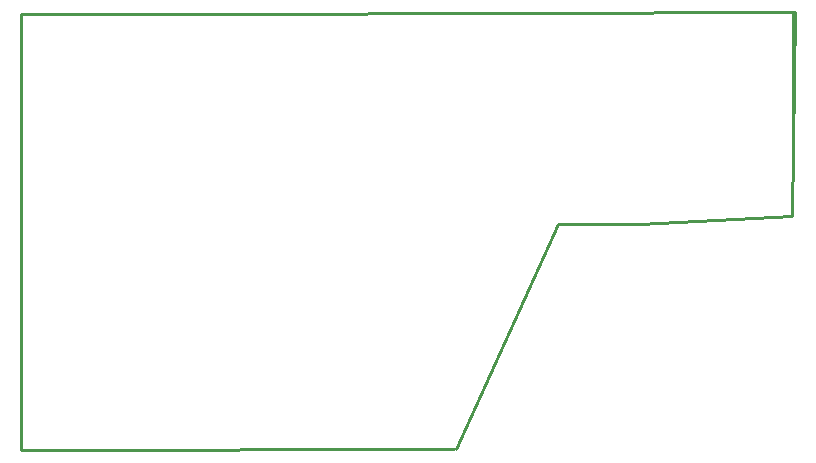
<source format=gko>
G04 Layer: BoardOutlineLayer*
G04 EasyEDA v6.5.44, 2024-07-15 21:32:29*
G04 Gerber Generator version 0.2*
G04 Scale: 100 percent, Rotated: No, Reflected: No *
G04 Dimensions in millimeters *
G04 leading zeros omitted , absolute positions ,4 integer and 5 decimal *
%FSLAX45Y45*%
%MOMM*%

%ADD10C,0.2540*%
D10*
X2159000Y7251700D02*
G01*
X6997700Y7264400D01*
X6972300Y5537200D01*
X5689600Y5473700D01*
X4994147Y5473700D01*
X4127500Y3568700D01*
X4114800Y3568700D02*
G01*
X444500Y3556000D01*
X444500Y7251700D01*
X2146300Y7251700D01*
X6980148Y5994400D02*
G01*
X6980148Y7264400D01*

%LPD*%
M02*

</source>
